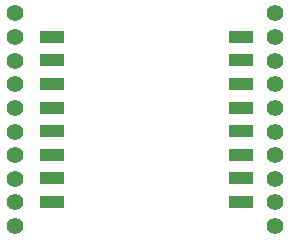
<source format=gbr>
G04 #@! TF.FileFunction,Soldermask,Bot*
%FSLAX46Y46*%
G04 Gerber Fmt 4.6, Leading zero omitted, Abs format (unit mm)*
G04 Created by KiCad (PCBNEW 4.0.4-stable) date 01/28/17 15:21:22*
%MOMM*%
%LPD*%
G01*
G04 APERTURE LIST*
%ADD10C,0.100000*%
%ADD11C,1.400000*%
%ADD12R,2.000000X1.000000*%
G04 APERTURE END LIST*
D10*
D11*
X194180000Y-105230000D03*
X194180000Y-107230000D03*
X194180000Y-109230000D03*
X194180000Y-111230000D03*
X194180000Y-113230000D03*
X194180000Y-115230000D03*
X194180000Y-117230000D03*
X194180000Y-119230000D03*
X194180000Y-121230000D03*
X194180000Y-123230000D03*
X172180000Y-123230000D03*
X172180000Y-121230000D03*
X172180000Y-119230000D03*
X172180000Y-117230000D03*
X172180000Y-115230000D03*
X172180000Y-113230000D03*
X172180000Y-111230000D03*
X172180000Y-109230000D03*
X172180000Y-107230000D03*
X172180000Y-105230000D03*
D12*
X175300000Y-121200000D03*
X175300000Y-119200000D03*
X175300000Y-117200000D03*
X175300000Y-115200000D03*
X175300000Y-113200000D03*
X175300000Y-111200000D03*
X175300000Y-109200000D03*
X175300000Y-107200000D03*
X191300000Y-107200000D03*
X191300000Y-109200000D03*
X191300000Y-111200000D03*
X191300000Y-113200000D03*
X191300000Y-115200000D03*
X191300000Y-117200000D03*
X191300000Y-119200000D03*
X191300000Y-121200000D03*
M02*

</source>
